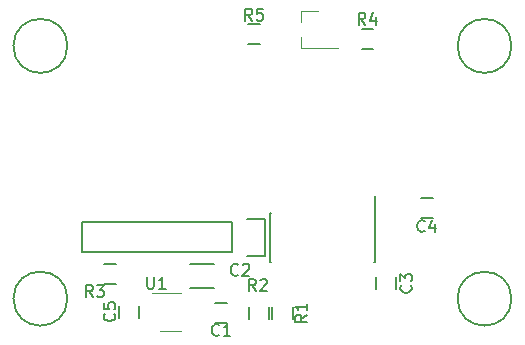
<source format=gto>
G04 #@! TF.FileFunction,Legend,Top*
%FSLAX46Y46*%
G04 Gerber Fmt 4.6, Leading zero omitted, Abs format (unit mm)*
G04 Created by KiCad (PCBNEW 4.0.5+dfsg1-4) date Sat Mar 17 17:37:26 2018*
%MOMM*%
%LPD*%
G01*
G04 APERTURE LIST*
%ADD10C,0.100000*%
%ADD11C,0.150000*%
%ADD12C,0.120000*%
G04 APERTURE END LIST*
D10*
D11*
X139114880Y-91222760D02*
X139089880Y-91222760D01*
X139114880Y-95372760D02*
X138999880Y-95372760D01*
X130214880Y-95372760D02*
X130329880Y-95372760D01*
X130214880Y-91222760D02*
X130329880Y-91222760D01*
X139114880Y-91222760D02*
X139114880Y-95372760D01*
X130214880Y-91222760D02*
X130214880Y-95372760D01*
X139089880Y-91222760D02*
X139089880Y-89847760D01*
X126994880Y-94567760D02*
X114294880Y-94567760D01*
X114294880Y-94567760D02*
X114294880Y-92027760D01*
X114294880Y-92027760D02*
X126994880Y-92027760D01*
X129814880Y-94847760D02*
X128264880Y-94847760D01*
X126994880Y-94567760D02*
X126994880Y-92027760D01*
X128264880Y-91747760D02*
X129814880Y-91747760D01*
X129814880Y-91747760D02*
X129814880Y-94847760D01*
D12*
X132804880Y-74117760D02*
X132804880Y-75047760D01*
X132804880Y-77277760D02*
X132804880Y-76347760D01*
X132804880Y-77277760D02*
X135964880Y-77277760D01*
X132804880Y-74117760D02*
X134264880Y-74117760D01*
D11*
X113050880Y-77097760D02*
G75*
G03X113050880Y-77097760I-2286000J0D01*
G01*
X150650880Y-77097760D02*
G75*
G03X150650880Y-77097760I-2286000J0D01*
G01*
X113050880Y-98497760D02*
G75*
G03X113050880Y-98497760I-2286000J0D01*
G01*
X150650880Y-98497760D02*
G75*
G03X150650880Y-98497760I-2286000J0D01*
G01*
X119114880Y-100097760D02*
X119114880Y-99097760D01*
X117414880Y-99097760D02*
X117414880Y-100097760D01*
X125564880Y-100547760D02*
X126564880Y-100547760D01*
X126564880Y-98847760D02*
X125564880Y-98847760D01*
X125464880Y-95572760D02*
X123464880Y-95572760D01*
X123464880Y-97622760D02*
X125464880Y-97622760D01*
X140914880Y-97697760D02*
X140914880Y-96697760D01*
X139214880Y-96697760D02*
X139214880Y-97697760D01*
X142964880Y-91647760D02*
X143964880Y-91647760D01*
X143964880Y-89947760D02*
X142964880Y-89947760D01*
X130414880Y-99197760D02*
X130414880Y-100197760D01*
X132114880Y-100197760D02*
X132114880Y-99197760D01*
X130114880Y-100197760D02*
X130114880Y-99197760D01*
X128414880Y-99197760D02*
X128414880Y-100197760D01*
X117164880Y-95547760D02*
X116164880Y-95547760D01*
X116164880Y-97247760D02*
X117164880Y-97247760D01*
X138964880Y-75647760D02*
X137964880Y-75647760D01*
X137964880Y-77347760D02*
X138964880Y-77347760D01*
X128364880Y-76947760D02*
X129364880Y-76947760D01*
X129364880Y-75247760D02*
X128364880Y-75247760D01*
D12*
X120864880Y-101207760D02*
X122664880Y-101207760D01*
X122664880Y-97987760D02*
X120214880Y-97987760D01*
D11*
X117022023Y-99764426D02*
X117069642Y-99812045D01*
X117117261Y-99954902D01*
X117117261Y-100050140D01*
X117069642Y-100192998D01*
X116974404Y-100288236D01*
X116879166Y-100335855D01*
X116688690Y-100383474D01*
X116545832Y-100383474D01*
X116355356Y-100335855D01*
X116260118Y-100288236D01*
X116164880Y-100192998D01*
X116117261Y-100050140D01*
X116117261Y-99954902D01*
X116164880Y-99812045D01*
X116212499Y-99764426D01*
X116117261Y-98859664D02*
X116117261Y-99335855D01*
X116593451Y-99383474D01*
X116545832Y-99335855D01*
X116498213Y-99240617D01*
X116498213Y-99002521D01*
X116545832Y-98907283D01*
X116593451Y-98859664D01*
X116688690Y-98812045D01*
X116926785Y-98812045D01*
X117022023Y-98859664D01*
X117069642Y-98907283D01*
X117117261Y-99002521D01*
X117117261Y-99240617D01*
X117069642Y-99335855D01*
X117022023Y-99383474D01*
X125898214Y-101554903D02*
X125850595Y-101602522D01*
X125707738Y-101650141D01*
X125612500Y-101650141D01*
X125469642Y-101602522D01*
X125374404Y-101507284D01*
X125326785Y-101412046D01*
X125279166Y-101221570D01*
X125279166Y-101078712D01*
X125326785Y-100888236D01*
X125374404Y-100792998D01*
X125469642Y-100697760D01*
X125612500Y-100650141D01*
X125707738Y-100650141D01*
X125850595Y-100697760D01*
X125898214Y-100745379D01*
X126850595Y-101650141D02*
X126279166Y-101650141D01*
X126564880Y-101650141D02*
X126564880Y-100650141D01*
X126469642Y-100792998D01*
X126374404Y-100888236D01*
X126279166Y-100935855D01*
X127498214Y-96454903D02*
X127450595Y-96502522D01*
X127307738Y-96550141D01*
X127212500Y-96550141D01*
X127069642Y-96502522D01*
X126974404Y-96407284D01*
X126926785Y-96312046D01*
X126879166Y-96121570D01*
X126879166Y-95978712D01*
X126926785Y-95788236D01*
X126974404Y-95692998D01*
X127069642Y-95597760D01*
X127212500Y-95550141D01*
X127307738Y-95550141D01*
X127450595Y-95597760D01*
X127498214Y-95645379D01*
X127879166Y-95645379D02*
X127926785Y-95597760D01*
X128022023Y-95550141D01*
X128260119Y-95550141D01*
X128355357Y-95597760D01*
X128402976Y-95645379D01*
X128450595Y-95740617D01*
X128450595Y-95835855D01*
X128402976Y-95978712D01*
X127831547Y-96550141D01*
X128450595Y-96550141D01*
X142122023Y-97364426D02*
X142169642Y-97412045D01*
X142217261Y-97554902D01*
X142217261Y-97650140D01*
X142169642Y-97792998D01*
X142074404Y-97888236D01*
X141979166Y-97935855D01*
X141788690Y-97983474D01*
X141645832Y-97983474D01*
X141455356Y-97935855D01*
X141360118Y-97888236D01*
X141264880Y-97792998D01*
X141217261Y-97650140D01*
X141217261Y-97554902D01*
X141264880Y-97412045D01*
X141312499Y-97364426D01*
X141217261Y-97031093D02*
X141217261Y-96412045D01*
X141598213Y-96745379D01*
X141598213Y-96602521D01*
X141645832Y-96507283D01*
X141693451Y-96459664D01*
X141788690Y-96412045D01*
X142026785Y-96412045D01*
X142122023Y-96459664D01*
X142169642Y-96507283D01*
X142217261Y-96602521D01*
X142217261Y-96888236D01*
X142169642Y-96983474D01*
X142122023Y-97031093D01*
X143298214Y-92754903D02*
X143250595Y-92802522D01*
X143107738Y-92850141D01*
X143012500Y-92850141D01*
X142869642Y-92802522D01*
X142774404Y-92707284D01*
X142726785Y-92612046D01*
X142679166Y-92421570D01*
X142679166Y-92278712D01*
X142726785Y-92088236D01*
X142774404Y-91992998D01*
X142869642Y-91897760D01*
X143012500Y-91850141D01*
X143107738Y-91850141D01*
X143250595Y-91897760D01*
X143298214Y-91945379D01*
X144155357Y-92183474D02*
X144155357Y-92850141D01*
X143917261Y-91802522D02*
X143679166Y-92516808D01*
X144298214Y-92516808D01*
X133317261Y-99864426D02*
X132841070Y-100197760D01*
X133317261Y-100435855D02*
X132317261Y-100435855D01*
X132317261Y-100054902D01*
X132364880Y-99959664D01*
X132412499Y-99912045D01*
X132507737Y-99864426D01*
X132650594Y-99864426D01*
X132745832Y-99912045D01*
X132793451Y-99959664D01*
X132841070Y-100054902D01*
X132841070Y-100435855D01*
X133317261Y-98912045D02*
X133317261Y-99483474D01*
X133317261Y-99197760D02*
X132317261Y-99197760D01*
X132460118Y-99292998D01*
X132555356Y-99388236D01*
X132602975Y-99483474D01*
X128998214Y-97850141D02*
X128664880Y-97373950D01*
X128426785Y-97850141D02*
X128426785Y-96850141D01*
X128807738Y-96850141D01*
X128902976Y-96897760D01*
X128950595Y-96945379D01*
X128998214Y-97040617D01*
X128998214Y-97183474D01*
X128950595Y-97278712D01*
X128902976Y-97326331D01*
X128807738Y-97373950D01*
X128426785Y-97373950D01*
X129379166Y-96945379D02*
X129426785Y-96897760D01*
X129522023Y-96850141D01*
X129760119Y-96850141D01*
X129855357Y-96897760D01*
X129902976Y-96945379D01*
X129950595Y-97040617D01*
X129950595Y-97135855D01*
X129902976Y-97278712D01*
X129331547Y-97850141D01*
X129950595Y-97850141D01*
X115198214Y-98350141D02*
X114864880Y-97873950D01*
X114626785Y-98350141D02*
X114626785Y-97350141D01*
X115007738Y-97350141D01*
X115102976Y-97397760D01*
X115150595Y-97445379D01*
X115198214Y-97540617D01*
X115198214Y-97683474D01*
X115150595Y-97778712D01*
X115102976Y-97826331D01*
X115007738Y-97873950D01*
X114626785Y-97873950D01*
X115531547Y-97350141D02*
X116150595Y-97350141D01*
X115817261Y-97731093D01*
X115960119Y-97731093D01*
X116055357Y-97778712D01*
X116102976Y-97826331D01*
X116150595Y-97921570D01*
X116150595Y-98159665D01*
X116102976Y-98254903D01*
X116055357Y-98302522D01*
X115960119Y-98350141D01*
X115674404Y-98350141D01*
X115579166Y-98302522D01*
X115531547Y-98254903D01*
X138283894Y-75300301D02*
X137950560Y-74824110D01*
X137712465Y-75300301D02*
X137712465Y-74300301D01*
X138093418Y-74300301D01*
X138188656Y-74347920D01*
X138236275Y-74395539D01*
X138283894Y-74490777D01*
X138283894Y-74633634D01*
X138236275Y-74728872D01*
X138188656Y-74776491D01*
X138093418Y-74824110D01*
X137712465Y-74824110D01*
X139141037Y-74633634D02*
X139141037Y-75300301D01*
X138902941Y-74252682D02*
X138664846Y-74966968D01*
X139283894Y-74966968D01*
X128698214Y-74950141D02*
X128364880Y-74473950D01*
X128126785Y-74950141D02*
X128126785Y-73950141D01*
X128507738Y-73950141D01*
X128602976Y-73997760D01*
X128650595Y-74045379D01*
X128698214Y-74140617D01*
X128698214Y-74283474D01*
X128650595Y-74378712D01*
X128602976Y-74426331D01*
X128507738Y-74473950D01*
X128126785Y-74473950D01*
X129602976Y-73950141D02*
X129126785Y-73950141D01*
X129079166Y-74426331D01*
X129126785Y-74378712D01*
X129222023Y-74331093D01*
X129460119Y-74331093D01*
X129555357Y-74378712D01*
X129602976Y-74426331D01*
X129650595Y-74521570D01*
X129650595Y-74759665D01*
X129602976Y-74854903D01*
X129555357Y-74902522D01*
X129460119Y-74950141D01*
X129222023Y-74950141D01*
X129126785Y-74902522D01*
X129079166Y-74854903D01*
X119802975Y-96650141D02*
X119802975Y-97459665D01*
X119850594Y-97554903D01*
X119898213Y-97602522D01*
X119993451Y-97650141D01*
X120183928Y-97650141D01*
X120279166Y-97602522D01*
X120326785Y-97554903D01*
X120374404Y-97459665D01*
X120374404Y-96650141D01*
X121374404Y-97650141D02*
X120802975Y-97650141D01*
X121088689Y-97650141D02*
X121088689Y-96650141D01*
X120993451Y-96792998D01*
X120898213Y-96888236D01*
X120802975Y-96935855D01*
M02*

</source>
